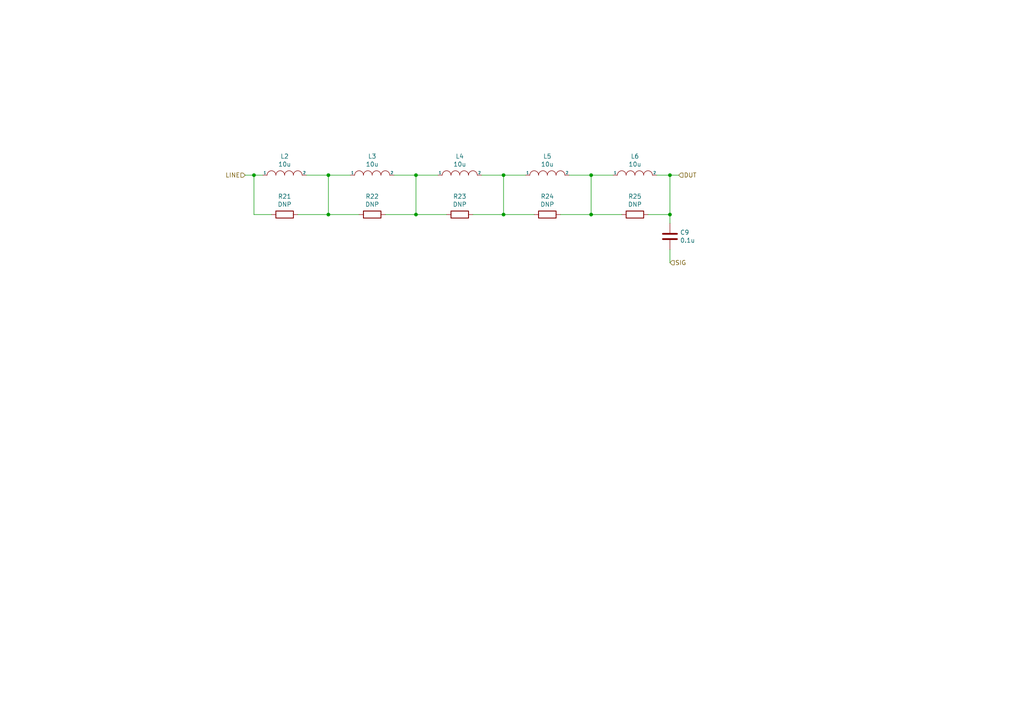
<source format=kicad_sch>
(kicad_sch (version 20231120) (generator "eeschema") (generator_version "8.0")
  (paper "A4")
  (lib_symbols
    (symbol "Device:C" (pin_numbers hide) (pin_names (offset 0.254))
      (property "Reference" "C" (at 0.635 2.54 0))
      (property "Value" "C" (at 0.635 -2.54 0))
      (symbol "C_0_1"
        (polyline (pts (xy -2.032 -0.762) (xy 2.032 -0.762)) (stroke (width 0.508)))
        (polyline (pts (xy -2.032 0.762) (xy 2.032 0.762)) (stroke (width 0.508)))
      )
      (symbol "C_1_1"
        (pin passive line (at 0 3.81 270) (length 2.794) (name "~") (number "1"))
        (pin passive line (at 0 -3.81 90) (length 2.794) (name "~") (number "2"))
      )
    )
    (symbol "Device:R" (pin_numbers hide) (pin_names (offset 0))
      (property "Reference" "R" (at 2.032 0 90))
      (property "Value" "R" (at 0 0 90))
      (symbol "R_0_1"
        (rectangle (start -1.016 -2.54) (end 1.016 2.54) (stroke (width 0.254)))
      )
      (symbol "R_1_1"
        (pin passive line (at 0 3.81 270) (length 1.27) (name "~") (number "1"))
        (pin passive line (at 0 -3.81 90) (length 1.27) (name "~") (number "2"))
      )
    )
    (symbol "lisn-pcb-rescue:INDUCTOR-pspice" (pin_numbers hide) (pin_names (offset 0))
      (property "Reference" "L" (at 0 2.54 0))
      (property "Value" "pspice_INDUCTOR" (at 0 -1.27 0))
      (symbol "INDUCTOR-pspice_0_1"
        (arc (start -2.54 0) (mid -3.81 1.27) (end -5.08 0))
        (arc (start 0 0) (mid -1.27 1.27) (end -2.54 0))
        (arc (start 2.54 0) (mid 1.27 1.27) (end 0 0))
        (arc (start 5.08 0) (mid 3.81 1.27) (end 2.54 0))
      )
      (symbol "INDUCTOR-pspice_1_1"
        (pin input line (at -6.35 0 0) (length 1.27) (name "1") (number "1"))
        (pin input line (at 6.35 0 180) (length 1.27) (name "2") (number "2"))
      )
    )
  )
  (junction (at 95.25 62.23))
  (junction (at 120.65 50.8))
  (junction (at 120.65 62.23))
  (junction (at 171.45 62.23))
  (junction (at 194.31 50.8))
  (junction (at 73.66 50.8))
  (junction (at 146.05 62.23))
  (junction (at 146.05 50.8))
  (junction (at 95.25 50.8))
  (junction (at 171.45 50.8))
  (junction (at 194.31 62.23))
  (wire (pts (xy 120.65 50.8) (xy 120.65 62.23)))
  (wire (pts (xy 88.9 50.8) (xy 95.25 50.8)))
  (wire (pts (xy 146.05 62.23) (xy 154.94 62.23)))
  (wire (pts (xy 165.1 50.8) (xy 171.45 50.8)))
  (wire (pts (xy 146.05 50.8) (xy 146.05 62.23)))
  (wire (pts (xy 111.76 62.23) (xy 120.65 62.23)))
  (wire (pts (xy 95.25 62.23) (xy 95.25 50.8)))
  (wire (pts (xy 95.25 50.8) (xy 101.6 50.8)))
  (wire (pts (xy 137.16 62.23) (xy 146.05 62.23)))
  (wire (pts (xy 73.66 50.8) (xy 76.2 50.8)))
  (wire (pts (xy 171.45 62.23) (xy 180.34 62.23)))
  (wire (pts (xy 139.7 50.8) (xy 146.05 50.8)))
  (wire (pts (xy 194.31 50.8) (xy 196.85 50.8)))
  (wire (pts (xy 71.12 50.8) (xy 73.66 50.8)))
  (wire (pts (xy 194.31 62.23) (xy 194.31 50.8)))
  (wire (pts (xy 86.36 62.23) (xy 95.25 62.23)))
  (wire (pts (xy 194.31 62.23) (xy 194.31 64.77)))
  (wire (pts (xy 114.3 50.8) (xy 120.65 50.8)))
  (wire (pts (xy 73.66 62.23) (xy 73.66 50.8)))
  (wire (pts (xy 171.45 50.8) (xy 177.8 50.8)))
  (wire (pts (xy 194.31 72.39) (xy 194.31 76.2)))
  (wire (pts (xy 171.45 50.8) (xy 171.45 62.23)))
  (wire (pts (xy 187.96 62.23) (xy 194.31 62.23)))
  (wire (pts (xy 78.74 62.23) (xy 73.66 62.23)))
  (wire (pts (xy 95.25 62.23) (xy 104.14 62.23)))
  (wire (pts (xy 120.65 50.8) (xy 127 50.8)))
  (wire (pts (xy 146.05 50.8) (xy 152.4 50.8)))
  (wire (pts (xy 120.65 62.23) (xy 129.54 62.23)))
  (wire (pts (xy 162.56 62.23) (xy 171.45 62.23)))
  (wire (pts (xy 194.31 50.8) (xy 190.5 50.8)))
  (hierarchical_label "SIG" (shape input) (at 194.31 76.2 0))
  (hierarchical_label "DUT" (shape input) (at 196.85 50.8 0))
  (hierarchical_label "LINE" (shape input) (at 71.12 50.8 180))
  (symbol (lib_id "lisn-pcb-rescue:INDUCTOR-pspice") (at 133.35 50.8 0) (unit 1)
    (property "Reference" "L4" (at 133.35 45.339 0))
    (property "Value" "10u" (at 133.35 47.6504 0))
    (property "Footprint" "wbraun_smd:L_WURTH_WE-HCC-1090" (effects (hide yes)))
    (property "MPN" "7443331000" (effects (hide yes)))
    (property "Manufacturer 1" "Wurth Elektronik" (effects (hide yes)))
    (property "Manufacturer Part Number 1" "7443331000" (effects (hide yes)))
    (property "Price" "1.53" (effects (hide yes)))
    (property "Supplier 1" "Mouser" (effects (hide yes)))
    (property "Supplier Part Number 1" "710-7443331000" (effects (hide yes)))
    (instances (project "" (path "" (reference "L4") (unit 1)) (path "" (reference "L10") (unit 1))))
  )
  (symbol (lib_id "lisn-pcb-rescue:INDUCTOR-pspice") (at 158.75 50.8 0) (unit 1)
    (property "Reference" "L5" (at 158.75 45.339 0))
    (property "Value" "10u" (at 158.75 47.6504 0))
    (property "Footprint" "wbraun_smd:L_WURTH_WE-HCC-1090" (effects (hide yes)))
    (property "MPN" "7443331000" (effects (hide yes)))
    (property "Manufacturer 1" "Wurth Elektronik" (effects (hide yes)))
    (property "Manufacturer Part Number 1" "7443331000" (effects (hide yes)))
    (property "Price" "1.53" (effects (hide yes)))
    (property "Supplier 1" "Mouser" (effects (hide yes)))
    (property "Supplier Part Number 1" "710-7443331000" (effects (hide yes)))
    (instances (project "" (path "" (reference "L5") (unit 1)) (path "" (reference "L11") (unit 1))))
  )
  (symbol (lib_id "lisn-pcb-rescue:INDUCTOR-pspice") (at 184.15 50.8 0) (unit 1)
    (property "Reference" "L6" (at 184.15 45.339 0))
    (property "Value" "10u" (at 184.15 47.6504 0))
    (property "Footprint" "wbraun_smd:L_WURTH_WE-HCC-1090" (effects (hide yes)))
    (property "MPN" "7443331000" (effects (hide yes)))
    (property "Manufacturer 1" "Wurth Elektronik" (effects (hide yes)))
    (property "Manufacturer Part Number 1" "7443331000" (effects (hide yes)))
    (property "Price" "1.53" (effects (hide yes)))
    (property "Supplier 1" "Mouser" (effects (hide yes)))
    (property "Supplier Part Number 1" "710-7443331000" (effects (hide yes)))
    (instances (project "" (path "" (reference "L6") (unit 1)) (path "" (reference "L12") (unit 1))))
  )
  (symbol (lib_id "Device:R") (at 82.55 62.23 270) (unit 1)
    (property "Reference" "R21" (at 82.55 56.9722 90))
    (property "Value" "DNP" (at 82.55 59.2836 90))
    (property "Footprint" "Resistor_SMD:R_1206_3216Metric" (effects (hide yes)))
    (instances (project "" (path "" (reference "R21") (unit 1)) (path "" (reference "R38") (unit 1))))
  )
  (symbol (lib_id "Device:R") (at 107.95 62.23 270) (unit 1)
    (property "Reference" "R22" (at 107.95 56.9722 90))
    (property "Value" "DNP" (at 107.95 59.2836 90))
    (property "Footprint" "Resistor_SMD:R_1206_3216Metric" (effects (hide yes)))
    (instances (project "" (path "" (reference "R22") (unit 1)) (path "" (reference "R39") (unit 1))))
  )
  (symbol (lib_id "Device:R") (at 133.35 62.23 270) (unit 1)
    (property "Reference" "R23" (at 133.35 56.9722 90))
    (property "Value" "DNP" (at 133.35 59.2836 90))
    (property "Footprint" "Resistor_SMD:R_1206_3216Metric" (effects (hide yes)))
    (instances (project "" (path "" (reference "R23") (unit 1)) (path "" (reference "R40") (unit 1))))
  )
  (symbol (lib_id "Device:R") (at 158.75 62.23 270) (unit 1)
    (property "Reference" "R24" (at 158.75 56.9722 90))
    (property "Value" "DNP" (at 158.75 59.2836 90))
    (property "Footprint" "Resistor_SMD:R_1206_3216Metric" (effects (hide yes)))
    (instances (project "" (path "" (reference "R24") (unit 1)) (path "" (reference "R41") (unit 1))))
  )
  (symbol (lib_id "Device:R") (at 184.15 62.23 270) (unit 1)
    (property "Reference" "R25" (at 184.15 56.9722 90))
    (property "Value" "DNP" (at 184.15 59.2836 90))
    (property "Footprint" "Resistor_SMD:R_1206_3216Metric" (effects (hide yes)))
    (instances (project "" (path "" (reference "R25") (unit 1)) (path "" (reference "R42") (unit 1))))
  )
  (symbol (lib_id "Device:C") (at 194.31 68.58 0) (unit 1)
    (property "Reference" "C9" (at 197.231 67.4116 0) (effects (justify left)))
    (property "Value" "0.1u" (at 197.231 69.723 0) (effects (justify left)))
    (property "Footprint" "Capacitor_THT:C_Rect_L26.5mm_W10.5mm_P22.50mm_MKS4" (effects (hide yes)))
    (property "MPN" "BFC233860104" (effects (hide yes)))
    (property "Manufacturer 1" "Vishay / BC Components" (effects (hide yes)))
    (property "Manufacturer Part Number 1" "BFC233860104" (effects (hide yes)))
    (property "Price" ".87" (effects (hide yes)))
    (property "Supplier 1" "Mouser" (effects (hide yes)))
    (property "Supplier Part Number 1" "594-2222-338-60104" (effects (hide yes)))
    (instances (project "" (path "" (reference "C9") (unit 1)) (path "" (reference "C12") (unit 1))))
  )
  (symbol (lib_id "lisn-pcb-rescue:INDUCTOR-pspice") (at 107.95 50.8 0) (unit 1)
    (property "Reference" "L3" (at 107.95 45.339 0))
    (property "Value" "10u" (at 107.95 47.6504 0))
    (property "Footprint" "wbraun_smd:L_WURTH_WE-HCC-1090" (effects (hide yes)))
    (property "MPN" "7443331000" (effects (hide yes)))
    (property "Manufacturer 1" "Wurth Elektronik" (effects (hide yes)))
    (property "Manufacturer Part Number 1" "7443331000" (effects (hide yes)))
    (property "Price" "1.53" (effects (hide yes)))
    (property "Supplier 1" "Mouser" (effects (hide yes)))
    (property "Supplier Part Number 1" "710-7443331000" (effects (hide yes)))
    (instances (project "" (path "" (reference "L3") (unit 1)) (path "" (reference "L9") (unit 1))))
  )
  (symbol (lib_id "lisn-pcb-rescue:INDUCTOR-pspice") (at 82.55 50.8 0) (unit 1)
    (property "Reference" "L2" (at 82.55 45.339 0))
    (property "Value" "10u" (at 82.55 47.6504 0))
    (property "Footprint" "wbraun_smd:L_WURTH_WE-HCC-1090" (effects (hide yes)))
    (property "MPN" "7443331000" (effects (hide yes)))
    (property "Manufacturer 1" "Wurth Elektronik" (effects (hide yes)))
    (property "Manufacturer Part Number 1" "7443331000" (effects (hide yes)))
    (property "Price" "1.53" (effects (hide yes)))
    (property "Supplier 1" "Mouser" (effects (hide yes)))
    (property "Supplier Part Number 1" "710-7443331000" (effects (hide yes)))
    (instances (project "" (path "" (reference "L2") (unit 1)) (path "" (reference "L8") (unit 1))))
  )
)
</source>
